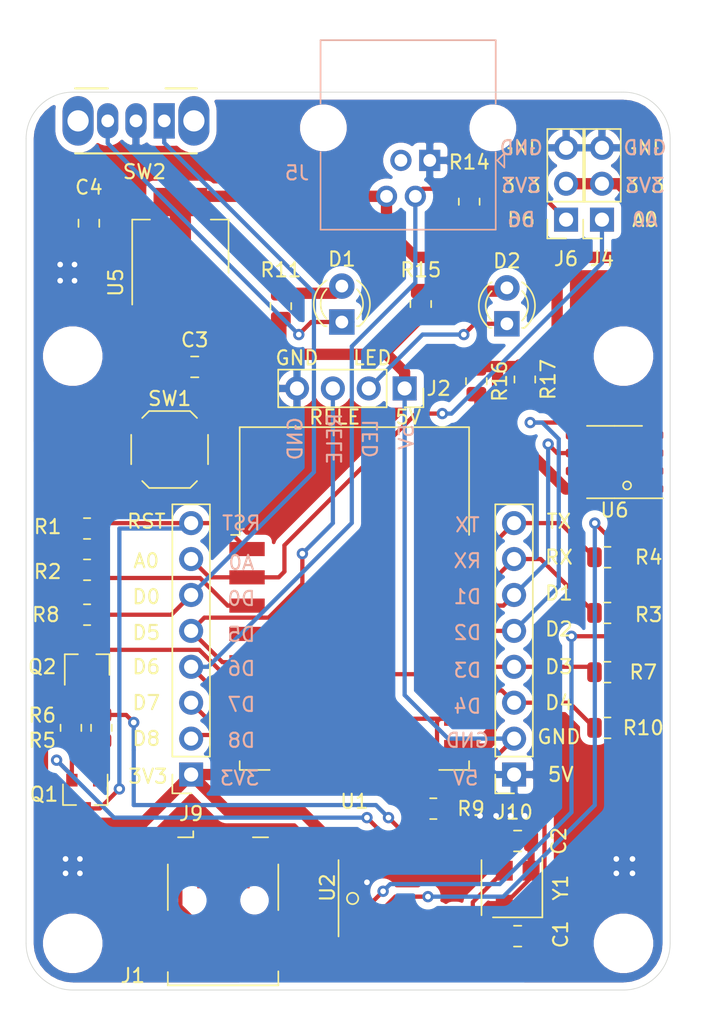
<source format=kicad_pcb>
(kicad_pcb (version 20171130) (host pcbnew "(5.1.7)-1")
  (layers (0 F.Cu signal) (31 B.Cu signal) (34 B.Paste user) (35 F.Paste user) (36 B.SilkS user) (37 F.SilkS user) (38 B.Mask user) (39 F.Mask user) (44 Edge.Cuts user))
  (net 0 "")
  (net 1 +3V3)
  (net 2 GND)
  (net 3 +5V)
  (net 4 RST)
  (net 5 "Net-(D2-Pad2)")
  (net 6 RTS)
  (net 7 GPIO0)
  (net 8 DTR)
  (net 9 GPIO2)
  (net 10 GPIO15)
  (net 11 BUTTON)
  (net 12 DATA)
  (net 13 GPIO14)
  (net 14 GPIO4)
  (net 15 GPIO5)
  (net 16 GPIO3)
  (net 17 GPIO1)
  (net 18 "Net-(D1-Pad2)")
  (net 19 "Net-(D1-Pad1)")
  (net 20 "Net-(Q1-Pad1)")
  (net 21 "Net-(Q2-Pad1)")
  (net 22 GPIO13)
  (net 23 ADC)
  (net 24 "Net-(J1-Pad2)")
  (net 25 RELE_D)
  (net 26 "Net-(J1-Pad3)")
  (net 27 "Net-(C1-Pad1)")
  (net 28 "Net-(C2-Pad1)")
  (net 29 "Net-(R2-Pad2)")
  (net 30 "Net-(R3-Pad2)")
  (net 31 "Net-(R4-Pad1)")
  (module Capacitor_SMD:C_0805_2012Metric (layer F.Cu) (at 124.46 79.121 180)
    (fp_text reference C3 (at 0 1.905 180) (layer F.SilkS))
    (fp_text value 100n)
    (pad 2 smd roundrect (at 0.95 0 180) (size 1 1.45) (layers F.Cu F.Paste F.Mask) (net 2 GND))
    (pad 1 smd roundrect (at -0.95 0 180) (size 1 1.45) (layers F.Cu F.Paste F.Mask) (net 3 +5V))
  )
  (module Button_Switch_SMD:SW_SPST_SKQG_WithoutStem (layer F.Cu) (at 122.682 84.963)
    (fp_text reference SW1 (at 0 -3.6) (layer F.SilkS))
    (fp_text value SW_Push)
    (pad 2 smd rect (at 3.1 1.85) (size 1.8 1.1) (layers F.Cu F.Paste F.Mask) (net 4 RST))
    (pad 2 smd rect (at -3.1 1.85) (size 1.8 1.1) (layers F.Cu F.Paste F.Mask) (net 4 RST))
    (pad 1 smd rect (at 3.1 -1.85) (size 1.8 1.1) (layers F.Cu F.Paste F.Mask) (net 2 GND))
    (pad 1 smd rect (at -3.1 -1.85) (size 1.8 1.1) (layers F.Cu F.Paste F.Mask) (net 2 GND))
  )
  (module Connector_RJ:RJ14_Connfly_DS1133-S4_Horizontal (layer B.Cu) (at 141.097 64.516 180)
    (fp_text reference J5 (at 9.398 -0.889 180) (layer B.SilkS) (effects (justify mirror)))
    (fp_text value RJ13)
    (pad "" np_thru_hole circle (at -4.47 2.3) (size 2.3 2.3) (drill 2.3) (layers *.Cu *.Mask))
    (pad 1 thru_hole rect (at 0 0) (size 1.5 1.5) (drill 0.9) (layers *.Cu *.Mask) (net 2 GND))
    (pad 2 thru_hole circle (at 1.02 -2.54) (size 1.5 1.5) (drill 0.9) (layers *.Cu *.Mask) (net 12 DATA))
    (pad 3 thru_hole circle (at 2.04 0) (size 1.5 1.5) (drill 0.9) (layers *.Cu *.Mask))
    (pad "" np_thru_hole circle (at 7.53 2.3) (size 2.3 2.3) (drill 2.3) (layers *.Cu *.Mask))
    (pad 4 thru_hole circle (at 3.06 -2.54) (size 1.5 1.5) (drill 0.9) (layers *.Cu *.Mask) (net 1 +3V3))
  )
  (module Resistor_SMD:R_0805_2012Metric (layer F.Cu) (at 116.84 96.647)
    (fp_text reference R8 (at -2.921 0) (layer F.SilkS))
    (fp_text value R)
    (pad 2 smd roundrect (at 0.9125 0) (size 1.025 1.4) (layers F.Cu F.Paste F.Mask) (roundrect_rratio 0.2439004878048781) (net 11 BUTTON))
    (pad 1 smd roundrect (at -0.9125 0) (size 1.025 1.4) (layers F.Cu F.Paste F.Mask) (roundrect_rratio 0.2439004878048781) (net 1 +3V3))
  )
  (module Package_SO:SOIC-8_3.9x4.9mm_P1.27mm (layer F.Cu) (at 154.178 85.852 180)
    (fp_text reference U6 (at 0 -3.4) (layer F.SilkS))
    (fp_text value M24512-EEPROM)
    (pad 8 smd roundrect (at 2.475 -1.905 180) (size 1.95 0.6) (layers F.Cu F.Paste F.Mask) (net 1 +3V3))
    (pad 7 smd roundrect (at 2.475 -0.635 180) (size 1.95 0.6) (layers F.Cu F.Paste F.Mask) (net 2 GND))
    (pad 6 smd roundrect (at 2.475 0.635 180) (size 1.95 0.6) (layers F.Cu F.Paste F.Mask) (net 15 GPIO5))
    (pad 5 smd roundrect (at 2.475 1.905 180) (size 1.95 0.6) (layers F.Cu F.Paste F.Mask) (net 14 GPIO4))
    (pad 4 smd roundrect (at -2.475 1.905 180) (size 1.95 0.6) (layers F.Cu F.Paste F.Mask) (net 2 GND))
    (pad 3 smd roundrect (at -2.475 0.635 180) (size 1.95 0.6) (layers F.Cu F.Paste F.Mask) (net 2 GND))
    (pad 2 smd roundrect (at -2.475 -0.635 180) (size 1.95 0.6) (layers F.Cu F.Paste F.Mask) (net 2 GND))
    (pad 1 smd roundrect (at -2.475 -1.905 180) (size 1.95 0.6) (layers F.Cu F.Paste F.Mask) (net 2 GND))
  )
  (module Resistor_SMD:R_0805_2012Metric (layer F.Cu) (at 153.67 92.583 180)
    (fp_text reference R4 (at -2.921 0) (layer F.SilkS))
    (fp_text value 470)
    (pad 2 smd roundrect (at 0.9125 0 180) (size 1.025 1.4) (layers F.Cu F.Paste F.Mask) (roundrect_rratio 0.2439004878048781) (net 17 GPIO1))
    (pad 1 smd roundrect (at -0.9125 0 180) (size 1.025 1.4) (layers F.Cu F.Paste F.Mask) (roundrect_rratio 0.2439004878048781) (net 31 "Net-(R4-Pad1)"))
  )
  (module Resistor_SMD:R_0805_2012Metric (layer F.Cu) (at 153.67 96.52)
    (fp_text reference R3 (at 2.921 0.127) (layer F.SilkS))
    (fp_text value 470)
    (pad 2 smd roundrect (at 0.9125 0) (size 1.025 1.4) (layers F.Cu F.Paste F.Mask) (roundrect_rratio 0.2439004878048781) (net 30 "Net-(R3-Pad2)"))
    (pad 1 smd roundrect (at -0.9125 0) (size 1.025 1.4) (layers F.Cu F.Paste F.Mask) (roundrect_rratio 0.2439004878048781) (net 16 GPIO3))
  )
  (module Resistor_SMD:R_0805_2012Metric (layer F.Cu) (at 153.67 104.648)
    (fp_text reference R10 (at 2.54 0) (layer F.SilkS))
    (fp_text value 10k)
    (pad 2 smd roundrect (at 0.9125 0) (size 1.025 1.4) (layers F.Cu F.Paste F.Mask) (roundrect_rratio 0.2439004878048781) (net 1 +3V3))
    (pad 1 smd roundrect (at -0.9125 0) (size 1.025 1.4) (layers F.Cu F.Paste F.Mask) (roundrect_rratio 0.2439004878048781) (net 9 GPIO2))
  )
  (module Resistor_SMD:R_0805_2012Metric (layer F.Cu) (at 141.351 110.363)
    (fp_text reference R9 (at 2.667 0) (layer F.SilkS))
    (fp_text value 10k)
    (pad 2 smd roundrect (at 0.9125 0) (size 1.025 1.4) (layers F.Cu F.Paste F.Mask) (roundrect_rratio 0.2439004878048781) (net 2 GND))
    (pad 1 smd roundrect (at -0.9125 0) (size 1.025 1.4) (layers F.Cu F.Paste F.Mask) (roundrect_rratio 0.2439004878048781) (net 10 GPIO15))
  )
  (module Resistor_SMD:R_0805_2012Metric (layer F.Cu) (at 153.67 100.711)
    (fp_text reference R7 (at 2.54 0 180) (layer F.SilkS))
    (fp_text value 10k)
    (pad 2 smd roundrect (at 0.9125 0) (size 1.025 1.4) (layers F.Cu F.Paste F.Mask) (roundrect_rratio 0.2439004878048781) (net 1 +3V3))
    (pad 1 smd roundrect (at -0.9125 0) (size 1.025 1.4) (layers F.Cu F.Paste F.Mask) (roundrect_rratio 0.2439004878048781) (net 7 GPIO0))
  )
  (module Connector_PinSocket_2.54mm:PinSocket_1x04_P2.54mm_Vertical (layer F.Cu) (at 139.319 80.645 270)
    (fp_text reference J2 (at 0 -2.413 180) (layer F.SilkS))
    (fp_text value Conn_01x04_Male)
    (pad 4 thru_hole oval (at 0 7.62 270) (size 1.7 1.7) (drill 1) (layers *.Cu *.Mask) (net 2 GND))
    (pad 3 thru_hole oval (at 0 5.08 270) (size 1.7 1.7) (drill 1) (layers *.Cu *.Mask) (net 13 GPIO14))
    (pad 2 thru_hole oval (at 0 2.54 270) (size 1.7 1.7) (drill 1) (layers *.Cu *.Mask) (net 25 RELE_D))
    (pad 1 thru_hole rect (at 0 0 270) (size 1.7 1.7) (drill 1) (layers *.Cu *.Mask) (net 3 +5V))
  )
  (module RF_Module:ESP-12E (layer F.Cu) (at 135.763 95.504)
    (fp_text reference U1 (at 0 14.351) (layer F.SilkS))
    (fp_text value ESP-12F)
    (pad 22 smd rect (at 7.6 -3.5) (size 2.5 1) (layers F.Cu F.Paste F.Mask) (net 17 GPIO1))
    (pad 21 smd rect (at 7.6 -1.5) (size 2.5 1) (layers F.Cu F.Paste F.Mask) (net 16 GPIO3))
    (pad 20 smd rect (at 7.6 0.5) (size 2.5 1) (layers F.Cu F.Paste F.Mask) (net 15 GPIO5))
    (pad 19 smd rect (at 7.6 2.5) (size 2.5 1) (layers F.Cu F.Paste F.Mask) (net 14 GPIO4))
    (pad 18 smd rect (at 7.6 4.5) (size 2.5 1) (layers F.Cu F.Paste F.Mask) (net 7 GPIO0))
    (pad 17 smd rect (at 7.6 6.5) (size 2.5 1) (layers F.Cu F.Paste F.Mask) (net 9 GPIO2))
    (pad 16 smd rect (at 7.6 8.5) (size 2.5 1) (layers F.Cu F.Paste F.Mask) (net 10 GPIO15))
    (pad 15 smd rect (at 7.6 10.5) (size 2.5 1) (layers F.Cu F.Paste F.Mask) (net 2 GND))
    (pad 14 smd rect (at 5 12) (size 1 1.8) (layers F.Cu F.Paste F.Mask))
    (pad 13 smd rect (at 3 12) (size 1 1.8) (layers F.Cu F.Paste F.Mask))
    (pad 12 smd rect (at 1 12) (size 1 1.8) (layers F.Cu F.Paste F.Mask))
    (pad 11 smd rect (at -1 12) (size 1 1.8) (layers F.Cu F.Paste F.Mask))
    (pad 10 smd rect (at -3 12) (size 1 1.8) (layers F.Cu F.Paste F.Mask))
    (pad 9 smd rect (at -5 12) (size 1 1.8) (layers F.Cu F.Paste F.Mask))
    (pad 8 smd rect (at -7.6 10.5) (size 2.5 1) (layers F.Cu F.Paste F.Mask) (net 1 +3V3))
    (pad 7 smd rect (at -7.6 8.5) (size 2.5 1) (layers F.Cu F.Paste F.Mask) (net 22 GPIO13))
    (pad 6 smd rect (at -7.6 6.5) (size 2.5 1) (layers F.Cu F.Paste F.Mask) (net 12 DATA))
    (pad 5 smd rect (at -7.6 4.5) (size 2.5 1) (layers F.Cu F.Paste F.Mask) (net 13 GPIO14))
    (pad 4 smd rect (at -7.6 2.5) (size 2.5 1) (layers F.Cu F.Paste F.Mask))
    (pad 3 smd rect (at -7.6 0.5) (size 2.5 1) (layers F.Cu F.Paste F.Mask) (net 29 "Net-(R2-Pad2)"))
    (pad 2 smd rect (at -7.6 -1.5) (size 2.5 1) (layers F.Cu F.Paste F.Mask) (net 23 ADC))
    (pad 1 smd rect (at -7.6 -3.5) (size 2.5 1) (layers F.Cu F.Paste F.Mask) (net 4 RST))
  )
  (module Package_TO_SOT_SMD:SOT-223-3_TabPin2 (layer F.Cu) (at 123.444 70.612 90)
    (fp_text reference U5 (at -2.54 -4.572 90) (layer F.SilkS))
    (fp_text value AMS1117-3.3)
    (pad 1 smd rect (at -3.15 -2.3 90) (size 2 1.5) (layers F.Cu F.Paste F.Mask) (net 2 GND))
    (pad 3 smd rect (at -3.15 2.3 90) (size 2 1.5) (layers F.Cu F.Paste F.Mask) (net 3 +5V))
    (pad 2 smd rect (at -3.15 0 90) (size 2 1.5) (layers F.Cu F.Paste F.Mask) (net 1 +3V3))
    (pad 2 smd rect (at 3.15 0 90) (size 2 3.8) (layers F.Cu F.Paste F.Mask) (net 1 +3V3))
  )
  (module Connector_USB:USB_Micro-B_Molex-67503-1020 (layer F.Cu) (at 126.492 116.84)
    (fp_text reference J1 (at -5.461 5.334) (layer F.SilkS) (effects (justify right)))
    (fp_text value USB_B_Micro)
    (pad "" np_thru_hole circle (at 2.2 0.005) (size 1 1) (drill 1) (layers *.Cu *.Mask))
    (pad "" np_thru_hole circle (at -2.2 0.005) (size 1 1) (drill 1) (layers *.Cu *.Mask))
    (pad 6 smd rect (at 4.9 1.905) (size 2.05 4) (layers F.Cu F.Paste F.Mask) (net 2 GND))
    (pad 6 smd rect (at 4.9 -2.345) (size 2.05 3.5) (layers F.Cu F.Paste F.Mask) (net 2 GND))
    (pad 6 smd rect (at -4.9 1.905) (size 2.05 4) (layers F.Cu F.Paste F.Mask) (net 2 GND))
    (pad 6 smd rect (at -4.9 -2.345) (size 2.05 3.5) (layers F.Cu F.Paste F.Mask) (net 2 GND))
    (pad 5 smd rect (at 1.6 -2.345) (size 0.5 3) (layers F.Cu F.Paste F.Mask) (net 2 GND))
    (pad 4 smd rect (at 0.8 -2.345) (size 0.5 3) (layers F.Cu F.Paste F.Mask))
    (pad 3 smd rect (at 0 -2.345) (size 0.5 3) (layers F.Cu F.Paste F.Mask) (net 26 "Net-(J1-Pad3)"))
    (pad 2 smd rect (at -0.8 -2.345) (size 0.5 3) (layers F.Cu F.Paste F.Mask) (net 24 "Net-(J1-Pad2)"))
    (pad 1 smd rect (at -1.6 -2.345) (size 0.5 3) (layers F.Cu F.Paste F.Mask) (net 3 +5V))
  )
  (module Resistor_SMD:R_0805_2012Metric (layer F.Cu) (at 130.556 74.8265 90)
    (fp_text reference R11 (at 2.5635 0 180) (layer F.SilkS))
    (fp_text value R)
    (pad 2 smd roundrect (at 0.9125 0 90) (size 1.025 1.4) (layers F.Cu F.Paste F.Mask) (roundrect_rratio 0.2439004878048781) (net 18 "Net-(D1-Pad2)"))
    (pad 1 smd roundrect (at -0.9125 0 90) (size 1.025 1.4) (layers F.Cu F.Paste F.Mask) (roundrect_rratio 0.2439004878048781) (net 3 +5V))
  )
  (module LED_THT:LED_D3.0mm (layer F.Cu) (at 134.874 75.946 90)
    (fp_text reference D1 (at 4.445 0 180) (layer F.SilkS))
    (fp_text value LED)
    (pad 2 thru_hole circle (at 2.54 0 90) (size 1.8 1.8) (drill 0.9) (layers *.Cu *.Mask) (net 18 "Net-(D1-Pad2)"))
    (pad 1 thru_hole rect (at 0 0 90) (size 1.8 1.8) (drill 0.9) (layers *.Cu *.Mask) (net 19 "Net-(D1-Pad1)"))
  )
  (module LED_THT:LED_D3.0mm (layer F.Cu) (at 146.558 76.073 90)
    (fp_text reference D2 (at 4.445 0 180) (layer F.SilkS))
    (fp_text value LED)
    (pad 2 thru_hole circle (at 2.54 0 90) (size 1.8 1.8) (drill 0.9) (layers *.Cu *.Mask) (net 5 "Net-(D2-Pad2)"))
    (pad 1 thru_hole rect (at 0 0 90) (size 1.8 1.8) (drill 0.9) (layers *.Cu *.Mask) (net 25 RELE_D))
  )
  (module Crystal:Crystal_SMD_SeikoEpson_FA238V-4Pin_3.2x2.5mm (layer F.Cu) (at 147.32 115.951 90)
    (fp_text reference Y1 (at 0 3.048 270) (layer F.SilkS))
    (fp_text value Crystal_GND24)
    (pad 4 smd rect (at -1.2 -0.95 90) (size 1.4 1.2) (layers F.Cu F.Paste F.Mask) (net 2 GND))
    (pad 3 smd rect (at 1.2 -0.95 90) (size 1.4 1.2) (layers F.Cu F.Paste F.Mask) (net 28 "Net-(C2-Pad1)"))
    (pad 2 smd rect (at 1.2 0.95 90) (size 1.4 1.2) (layers F.Cu F.Paste F.Mask) (net 2 GND))
    (pad 1 smd rect (at -1.2 0.95 90) (size 1.4 1.2) (layers F.Cu F.Paste F.Mask) (net 27 "Net-(C1-Pad1)"))
  )
  (module Button_Switch_THT:SW_CuK_OS102011MA1QN1_SPDT_Angled (layer F.Cu) (at 122.301 61.722 180)
    (fp_text reference SW2 (at 1.4 -3.6) (layer F.SilkS))
    (fp_text value SW_Push_SPDT)
    (pad "" thru_hole oval (at 6.1 0 180) (size 2.2 3.5) (drill 1.5) (layers *.Cu *.Mask))
    (pad "" thru_hole oval (at -2.1 0 180) (size 2.2 3.5) (drill 1.5) (layers *.Cu *.Mask))
    (pad 3 thru_hole oval (at 4 0 180) (size 1.5 2.5) (drill 0.9) (layers *.Cu *.Mask) (net 19 "Net-(D1-Pad1)"))
    (pad 2 thru_hole oval (at 2 0 180) (size 1.5 2.5) (drill 0.9) (layers *.Cu *.Mask) (net 2 GND))
    (pad 1 thru_hole rect (at 0 0 180) (size 1.5 2.5) (drill 0.9) (layers *.Cu *.Mask) (net 11 BUTTON))
  )
  (module Resistor_SMD:R_0805_2012Metric (layer F.Cu) (at 116.84 93.472)
    (fp_text reference R2 (at -2.794 0.127) (layer F.SilkS))
    (fp_text value 10k)
    (pad 2 smd roundrect (at 0.9125 0) (size 1.025 1.4) (layers F.Cu F.Paste F.Mask) (roundrect_rratio 0.2439004878048781) (net 29 "Net-(R2-Pad2)"))
    (pad 1 smd roundrect (at -0.9125 0) (size 1.025 1.4) (layers F.Cu F.Paste F.Mask) (roundrect_rratio 0.2439004878048781) (net 1 +3V3))
  )
  (module Capacitor_SMD:C_0805_2012Metric (layer F.Cu) (at 147.32 119.38 180)
    (fp_text reference C1 (at -3.048 0.127 270) (layer F.SilkS))
    (fp_text value 10p)
    (pad 2 smd roundrect (at 0.95 0 180) (size 1 1.45) (layers F.Cu F.Paste F.Mask) (net 2 GND))
    (pad 1 smd roundrect (at -0.95 0 180) (size 1 1.45) (layers F.Cu F.Paste F.Mask) (net 27 "Net-(C1-Pad1)"))
  )
  (module Capacitor_SMD:C_0805_2012Metric (layer F.Cu) (at 147.32 112.649)
    (fp_text reference C2 (at 2.921 0 270) (layer F.SilkS))
    (fp_text value 10p)
    (pad 2 smd roundrect (at 0.95 0) (size 1 1.45) (layers F.Cu F.Paste F.Mask) (net 2 GND))
    (pad 1 smd roundrect (at -0.95 0) (size 1 1.45) (layers F.Cu F.Paste F.Mask) (net 28 "Net-(C2-Pad1)"))
  )
  (module Capacitor_SMD:C_0805_2012Metric (layer F.Cu) (at 116.967 68.961 270)
    (fp_text reference C4 (at -2.54 0) (layer F.SilkS))
    (fp_text value 100n)
    (pad 2 smd roundrect (at 0.95 0 270) (size 1 1.45) (layers F.Cu F.Paste F.Mask) (net 2 GND))
    (pad 1 smd roundrect (at -0.95 0 270) (size 1 1.45) (layers F.Cu F.Paste F.Mask) (net 1 +3V3))
  )
  (module Resistor_SMD:R_0805_2012Metric (layer F.Cu) (at 116.84 90.551 180)
    (fp_text reference R1 (at 2.794 0.127) (layer F.SilkS))
    (fp_text value 10k)
    (pad 2 smd roundrect (at 0.9125 0 180) (size 1.025 1.4) (layers F.Cu F.Paste F.Mask) (roundrect_rratio 0.2439004878048781) (net 1 +3V3))
    (pad 1 smd roundrect (at -0.9125 0 180) (size 1.025 1.4) (layers F.Cu F.Paste F.Mask) (roundrect_rratio 0.2439004878048781) (net 4 RST))
  )
  (module Resistor_SMD:R_0805_2012Metric (layer F.Cu) (at 117.856 104.648 90)
    (fp_text reference R5 (at -0.889 -4.191) (layer F.SilkS))
    (fp_text value 1k)
    (pad 2 smd roundrect (at 0.9125 0 90) (size 1.025 1.4) (layers F.Cu F.Paste F.Mask) (roundrect_rratio 0.2439004878048781) (net 8 DTR))
    (pad 1 smd roundrect (at -0.9125 0 90) (size 1.025 1.4) (layers F.Cu F.Paste F.Mask) (roundrect_rratio 0.2439004878048781) (net 20 "Net-(Q1-Pad1)"))
  )
  (module Resistor_SMD:R_0805_2012Metric (layer F.Cu) (at 115.697 104.648 270)
    (fp_text reference R6 (at -0.889 2.032) (layer F.SilkS))
    (fp_text value 1k)
    (pad 2 smd roundrect (at 0.9125 0 270) (size 1.025 1.4) (layers F.Cu F.Paste F.Mask) (roundrect_rratio 0.2439004878048781) (net 6 RTS))
    (pad 1 smd roundrect (at -0.9125 0 270) (size 1.025 1.4) (layers F.Cu F.Paste F.Mask) (roundrect_rratio 0.2439004878048781) (net 21 "Net-(Q2-Pad1)"))
  )
  (module Resistor_SMD:R_0805_2012Metric (layer F.Cu) (at 140.462 74.676 90)
    (fp_text reference R15 (at 2.413 0) (layer F.SilkS))
    (fp_text value 150)
    (pad 2 smd roundrect (at 0.9125 0 90) (size 1.025 1.4) (layers F.Cu F.Paste F.Mask) (roundrect_rratio 0.2439004878048781) (net 5 "Net-(D2-Pad2)"))
    (pad 1 smd roundrect (at -0.9125 0 90) (size 1.025 1.4) (layers F.Cu F.Paste F.Mask) (roundrect_rratio 0.2439004878048781) (net 3 +5V))
  )
  (module Package_SO:SOIC-16_3.9x9.9mm_P1.27mm (layer F.Cu) (at 139.7 115.951 90)
    (fp_text reference U2 (at 0 -5.842 90) (layer F.SilkS))
    (fp_text value CH340G)
    (pad 16 smd roundrect (at 2.475 -4.445 90) (size 1.95 0.6) (layers F.Cu F.Paste F.Mask) (net 1 +3V3))
    (pad 15 smd roundrect (at 2.475 -3.175 90) (size 1.95 0.6) (layers F.Cu F.Paste F.Mask))
    (pad 14 smd roundrect (at 2.475 -1.905 90) (size 1.95 0.6) (layers F.Cu F.Paste F.Mask) (net 6 RTS))
    (pad 13 smd roundrect (at 2.475 -0.635 90) (size 1.95 0.6) (layers F.Cu F.Paste F.Mask) (net 8 DTR))
    (pad 12 smd roundrect (at 2.475 0.635 90) (size 1.95 0.6) (layers F.Cu F.Paste F.Mask))
    (pad 11 smd roundrect (at 2.475 1.905 90) (size 1.95 0.6) (layers F.Cu F.Paste F.Mask))
    (pad 10 smd roundrect (at 2.475 3.175 90) (size 1.95 0.6) (layers F.Cu F.Paste F.Mask))
    (pad 9 smd roundrect (at 2.475 4.445 90) (size 1.95 0.6) (layers F.Cu F.Paste F.Mask))
    (pad 8 smd roundrect (at -2.475 4.445 90) (size 1.95 0.6) (layers F.Cu F.Paste F.Mask) (net 28 "Net-(C2-Pad1)"))
    (pad 7 smd roundrect (at -2.475 3.175 90) (size 1.95 0.6) (layers F.Cu F.Paste F.Mask) (net 27 "Net-(C1-Pad1)"))
    (pad 6 smd roundrect (at -2.475 1.905 90) (size 1.95 0.6) (layers F.Cu F.Paste F.Mask) (net 24 "Net-(J1-Pad2)"))
    (pad 5 smd roundrect (at -2.475 0.635 90) (size 1.95 0.6) (layers F.Cu F.Paste F.Mask) (net 26 "Net-(J1-Pad3)"))
    (pad 4 smd roundrect (at -2.475 -0.635 90) (size 1.95 0.6) (layers F.Cu F.Paste F.Mask) (net 1 +3V3))
    (pad 3 smd roundrect (at -2.475 -1.905 90) (size 1.95 0.6) (layers F.Cu F.Paste F.Mask) (net 31 "Net-(R4-Pad1)"))
    (pad 2 smd roundrect (at -2.475 -3.175 90) (size 1.95 0.6) (layers F.Cu F.Paste F.Mask) (net 30 "Net-(R3-Pad2)"))
    (pad 1 smd roundrect (at -2.475 -4.445 90) (size 1.95 0.6) (layers F.Cu F.Paste F.Mask) (net 2 GND))
  )
  (module Package_TO_SOT_SMD:SOT-23 (layer F.Cu) (at 116.713 109.347 270)
    (fp_text reference Q1 (at 0 2.921 180) (layer F.SilkS))
    (fp_text value SS8050-H)
    (pad 3 smd rect (at 1 0 270) (size 0.9 0.8) (layers F.Cu F.Paste F.Mask) (net 4 RST))
    (pad 2 smd rect (at -1 0.95 270) (size 0.9 0.8) (layers F.Cu F.Paste F.Mask) (net 6 RTS))
    (pad 1 smd rect (at -1 -0.95 270) (size 0.9 0.8) (layers F.Cu F.Paste F.Mask) (net 20 "Net-(Q1-Pad1)"))
  )
  (module Package_TO_SOT_SMD:SOT-23 (layer F.Cu) (at 116.84 100.203 90)
    (fp_text reference Q2 (at -0.127 -3.175 180) (layer F.SilkS))
    (fp_text value SS8050-H)
    (pad 1 smd rect (at -1 -0.95 90) (size 0.9 0.8) (layers F.Cu F.Paste F.Mask) (net 21 "Net-(Q2-Pad1)"))
    (pad 2 smd rect (at -1 0.95 90) (size 0.9 0.8) (layers F.Cu F.Paste F.Mask) (net 8 DTR))
    (pad 3 smd rect (at 1 0 90) (size 0.9 0.8) (layers F.Cu F.Paste F.Mask) (net 7 GPIO0))
  )
  (module Resistor_SMD:R_0805_2012Metric (layer F.Cu) (at 143.891 67.437 90)
    (fp_text reference R14 (at 2.794 0 180) (layer F.SilkS))
    (fp_text value 4k7)
    (pad 1 smd roundrect (at -0.9125 0 90) (size 1.025 1.4) (layers F.Cu F.Paste F.Mask) (roundrect_rratio 0.2439004878048781) (net 1 +3V3))
    (pad 2 smd roundrect (at 0.9125 0 90) (size 1.025 1.4) (layers F.Cu F.Paste F.Mask) (roundrect_rratio 0.2439004878048781) (net 12 DATA))
  )
  (module MountingHole:MountingHole_3.2mm_M3 (layer F.Cu) (at 115.824 78.359)
    (fp_text reference H1 hide)
    (fp_text value MountingHole)
    (pad 1 np_thru_hole circle (at 0 0) (size 3.2 3.2) (drill 3.2) (layers *.Cu *.Mask))
  )
  (module MountingHole:MountingHole_3.2mm_M3 (layer F.Cu) (at 115.824 119.888)
    (fp_text reference H2 hide)
    (fp_text value MountingHole)
    (pad 1 np_thru_hole circle (at 0 0) (size 3.2 3.2) (drill 3.2) (layers *.Cu *.Mask))
  )
  (module MountingHole:MountingHole_3.2mm_M3 (layer F.Cu) (at 154.813 78.359)
    (fp_text reference H3 hide)
    (fp_text value MountingHole)
    (pad 1 np_thru_hole circle (at 0 0) (size 3.2 3.2) (drill 3.2) (layers *.Cu *.Mask))
  )
  (module MountingHole:MountingHole_3.2mm_M3 (layer F.Cu) (at 154.813 119.888)
    (fp_text reference H4 hide)
    (fp_text value MountingHole)
    (pad 1 np_thru_hole circle (at 0 0) (size 3.2 3.2) (drill 3.2) (layers *.Cu *.Mask))
  )
  (module Connector_PinSocket_2.54mm:PinSocket_1x08_P2.54mm_Vertical (layer F.Cu) (at 124.206 107.95 180)
    (fp_text reference J9 (at 0 -2.77) (layer F.SilkS))
    (fp_text value Conn_01x08_Male)
    (pad 1 thru_hole rect (at 0 0 180) (size 1.7 1.7) (drill 1) (layers *.Cu *.Mask) (net 1 +3V3))
    (pad 2 thru_hole oval (at 0 2.54 180) (size 1.7 1.7) (drill 1) (layers *.Cu *.Mask) (net 10 GPIO15))
    (pad 3 thru_hole oval (at 0 5.08 180) (size 1.7 1.7) (drill 1) (layers *.Cu *.Mask) (net 22 GPIO13))
    (pad 4 thru_hole oval (at 0 7.62 180) (size 1.7 1.7) (drill 1) (layers *.Cu *.Mask) (net 12 DATA))
    (pad 5 thru_hole oval (at 0 10.16 180) (size 1.7 1.7) (drill 1) (layers *.Cu *.Mask) (net 13 GPIO14))
    (pad 6 thru_hole oval (at 0 12.7 180) (size 1.7 1.7) (drill 1) (layers *.Cu *.Mask) (net 11 BUTTON))
    (pad 7 thru_hole oval (at 0 15.24 180) (size 1.7 1.7) (drill 1) (layers *.Cu *.Mask) (net 23 ADC))
    (pad 8 thru_hole oval (at 0 17.78 180) (size 1.7 1.7) (drill 1) (layers *.Cu *.Mask) (net 4 RST))
  )
  (module Connector_PinSocket_2.54mm:PinSocket_1x08_P2.54mm_Vertical (layer F.Cu) (at 147.066 107.95 180)
    (fp_text reference J10 (at 0 -2.667) (layer F.SilkS))
    (fp_text value Conn_01x08_Male)
    (pad 8 thru_hole oval (at 0 17.78 180) (size 1.7 1.7) (drill 1) (layers *.Cu *.Mask) (net 17 GPIO1))
    (pad 7 thru_hole oval (at 0 15.24 180) (size 1.7 1.7) (drill 1) (layers *.Cu *.Mask) (net 16 GPIO3))
    (pad 6 thru_hole oval (at 0 12.7 180) (size 1.7 1.7) (drill 1) (layers *.Cu *.Mask) (net 15 GPIO5))
    (pad 5 thru_hole oval (at 0 10.16 180) (size 1.7 1.7) (drill 1) (layers *.Cu *.Mask) (net 14 GPIO4))
    (pad 4 thru_hole oval (at 0 7.62 180) (size 1.7 1.7) (drill 1) (layers *.Cu *.Mask) (net 7 GPIO0))
    (pad 3 thru_hole oval (at 0 5.08 180) (size 1.7 1.7) (drill 1) (layers *.Cu *.Mask) (net 9 GPIO2))
    (pad 2 thru_hole oval (at 0 2.54 180) (size 1.7 1.7) (drill 1) (layers *.Cu *.Mask) (net 3 +5V))
    (pad 1 thru_hole rect (at 0 0 180) (size 1.7 1.7) (drill 1) (layers *.Cu *.Mask) (net 2 GND))
  )
  (module Resistor_SMD:R_0805_2012Metric (layer F.Cu) (at 144.399 80.137 270)
    (fp_text reference R16 (at 0 -1.65 90) (layer F.SilkS))
    (fp_text value 10k)
    (pad 2 smd roundrect (at 0.9125 0 270) (size 1.025 1.4) (layers F.Cu F.Paste F.Mask) (roundrect_rratio 0.2439004878048781) (net 14 GPIO4))
    (pad 1 smd roundrect (at -0.9125 0 270) (size 1.025 1.4) (layers F.Cu F.Paste F.Mask) (roundrect_rratio 0.2439004878048781) (net 1 +3V3))
  )
  (module Resistor_SMD:R_0805_2012Metric (layer F.Cu) (at 147.828 80.01 270)
    (fp_text reference R17 (at 0 -1.65 90) (layer F.SilkS))
    (fp_text value 10k)
    (pad 1 smd roundrect (at -0.9125 0 270) (size 1.025 1.4) (layers F.Cu F.Paste F.Mask) (roundrect_rratio 0.2439004878048781) (net 1 +3V3))
    (pad 2 smd roundrect (at 0.9125 0 270) (size 1.025 1.4) (layers F.Cu F.Paste F.Mask) (roundrect_rratio 0.2439004878048781) (net 15 GPIO5))
  )
  (module Connector_PinSocket_2.54mm:PinSocket_1x03_P2.54mm_Vertical (layer F.Cu) (at 153.289 68.707 180)
    (fp_text reference J4 (at 0 -2.77) (layer F.SilkS))
    (fp_text value Conn_01x03_Male)
    (pad 3 thru_hole oval (at 0 5.08 180) (size 1.7 1.7) (drill 1) (layers *.Cu *.Mask) (net 2 GND))
    (pad 2 thru_hole oval (at 0 2.54 180) (size 1.7 1.7) (drill 1) (layers *.Cu *.Mask) (net 1 +3V3))
    (pad 1 thru_hole rect (at 0 0 180) (size 1.7 1.7) (drill 1) (layers *.Cu *.Mask) (net 23 ADC))
  )
  (module Connector_PinSocket_2.54mm:PinSocket_1x03_P2.54mm_Vertical (layer F.Cu) (at 150.749 68.707 180)
    (fp_text reference J6 (at 0 -2.77) (layer F.SilkS))
    (fp_text value Conn_01x03_Male)
    (pad 1 thru_hole rect (at 0 0 180) (size 1.7 1.7) (drill 1) (layers *.Cu *.Mask) (net 12 DATA))
    (pad 2 thru_hole oval (at 0 2.54 180) (size 1.7 1.7) (drill 1) (layers *.Cu *.Mask) (net 1 +3V3))
    (pad 3 thru_hole oval (at 0 5.08 180) (size 1.7 1.7) (drill 1) (layers *.Cu *.Mask) (net 2 GND))
  )
  (gr_line (start 154.813001 59.690001) (end 154.686 59.69) (layer Edge.Cuts) (width 0.05))
  (gr_line (start 115.951 59.69) (end 154.686 59.69) (layer Edge.Cuts) (width 0.05))
  (gr_line (start 158.115 62.992) (end 158.115 65.151) (layer Edge.Cuts) (width 0.05))
  (gr_line (start 158.115 65.151) (end 158.114999 119.888) (layer Edge.Cuts) (width 0.05))
  (gr_text GND (at 156.337 63.627) (layer B.SilkS) (effects (font (size 1 1)) (justify mirror)))
  (gr_text 3V3 (at 156.337 66.294) (layer B.SilkS) (effects (font (size 1 1)) (justify mirror)))
  (gr_text A0 (at 156.337 68.707) (layer B.SilkS) (effects (font (size 1 1)) (justify mirror)))
  (gr_text 3V3 (at 147.574 66.294) (layer B.SilkS) (effects (font (size 1 1)) (justify mirror)))
  (gr_text GND (at 147.574 63.627) (layer B.SilkS) (effects (font (size 1 1)) (justify mirror)))
  (gr_text D6 (at 147.574 68.707) (layer B.SilkS) (effects (font (size 1 1)) (justify mirror)))
  (gr_text GND (at 147.574 63.627) (layer F.SilkS) (effects (font (size 1 1))))
  (gr_text 3V3 (at 147.574 66.294) (layer F.SilkS) (effects (font (size 1 1))))
  (gr_text D6 (at 147.574 68.707) (layer F.SilkS) (effects (font (size 1 1))))
  (gr_text GND (at 156.337 63.627) (layer F.SilkS) (effects (font (size 1 1))))
  (gr_text A0 (at 156.337 68.707) (layer F.SilkS) (effects (font (size 1 1))))
  (gr_text 3V3 (at 156.337 66.294) (layer F.SilkS) (effects (font (size 1 1))))
  (gr_text LED (at 137.033 78.486) (layer F.SilkS) (effects (font (size 1 1))))
  (gr_text RELE (at 134.366 82.677) (layer F.SilkS) (effects (font (size 1 1))))
  (gr_text 5V (at 139.573 82.677) (layer F.SilkS) (effects (font (size 1 1))))
  (gr_text GND (at 131.699 78.486) (layer F.SilkS) (effects (font (size 1 1))))
  (gr_text 5V (at 139.446 84.074 90) (layer B.SilkS) (effects (font (size 1 1)) (justify mirror)))
  (gr_text LED (at 136.906 84.201 90) (layer B.SilkS) (effects (font (size 1 1)) (justify mirror)))
  (gr_text RELE (at 134.366 84.201 90) (layer B.SilkS) (effects (font (size 1 1)) (justify mirror)))
  (gr_text GND (at 131.572 84.201 90) (layer B.SilkS) (effects (font (size 1 1)) (justify mirror)))
  (gr_circle (center 135.636 116.713) (end 136.017 116.586) (layer F.SilkS) (width 0.12))
  (gr_circle (center 155.067 87.503) (end 155.194 87.249) (layer F.SilkS) (width 0.12))
  (gr_text "5V\n" (at 143.637 108.204) (layer B.SilkS) (effects (font (size 1 1)) (justify mirror)))
  (gr_text D2 (at 143.764 97.917) (layer B.SilkS) (effects (font (size 1 1)) (justify mirror)))
  (gr_text RX (at 143.764 92.837) (layer B.SilkS) (effects (font (size 1 1)) (justify mirror)))
  (gr_text TX (at 143.764 90.297) (layer B.SilkS) (effects (font (size 1 1)) (justify mirror)))
  (gr_text D3 (at 143.764 100.584) (layer B.SilkS) (effects (font (size 1 1)) (justify mirror)))
  (gr_text GND (at 143.764 105.537) (layer B.SilkS) (effects (font (size 1 1)) (justify mirror)))
  (gr_text D4 (at 143.764 103.124) (layer B.SilkS) (effects (font (size 1 1)) (justify mirror)))
  (gr_text D1 (at 143.764 95.377) (layer B.SilkS) (effects (font (size 1 1)) (justify mirror)))
  (gr_text 3V3 (at 127.635 108.204) (layer B.SilkS) (effects (font (size 1 1)) (justify mirror)))
  (gr_text D5 (at 127.762 98.044) (layer B.SilkS) (effects (font (size 1 1)) (justify mirror)))
  (gr_text D0 (at 127.762 95.504) (layer B.SilkS) (effects (font (size 1 1)) (justify mirror)))
  (gr_text D7 (at 127.762 102.997) (layer B.SilkS) (effects (font (size 1 1)) (justify mirror)))
  (gr_text A0 (at 127.762 92.964) (layer B.SilkS) (effects (font (size 1 1)) (justify mirror)))
  (gr_text RST (at 127.762 90.17) (layer B.SilkS) (effects (font (size 1 1)) (justify mirror)))
  (gr_text D6 (at 127.762 100.457) (layer B.SilkS) (effects (font (size 1 1)) (justify mirror)))
  (gr_text D8 (at 127.762 105.537) (layer B.SilkS) (effects (font (size 1 1)) (justify mirror)))
  (gr_text "5V\n" (at 150.368 107.95) (layer F.SilkS) (effects (font (size 1 1))))
  (gr_text 3V3 (at 121.158 108.077) (layer F.SilkS) (effects (font (size 1 1))))
  (gr_text GND (at 150.241 105.283) (layer F.SilkS) (effects (font (size 1 1))))
  (gr_text D4 (at 150.241 102.87) (layer F.SilkS) (effects (font (size 1 1))))
  (gr_text D3 (at 150.241 100.33) (layer F.SilkS) (effects (font (size 1 1))))
  (gr_text D2 (at 150.241 97.663) (layer F.SilkS) (effects (font (size 1 1))))
  (gr_text D1 (at 150.241 95.123) (layer F.SilkS) (effects (font (size 1 1))))
  (gr_text RX (at 150.241 92.583) (layer F.SilkS) (effects (font (size 1 1))))
  (gr_text TX (at 150.241 90.043) (layer F.SilkS) (effects (font (size 1 1))))
  (gr_text D8 (at 121.031 105.41) (layer F.SilkS) (effects (font (size 1 1))))
  (gr_text D7 (at 121.031 102.87) (layer F.SilkS) (effects (font (size 1 1))))
  (gr_text D6 (at 121.031 100.33) (layer F.SilkS) (effects (font (size 1 1))))
  (gr_text D5 (at 121.031 97.917) (layer F.SilkS) (effects (font (size 1 1))))
  (gr_text D0 (at 121.031 95.377) (layer F.SilkS) (effects (font (size 1 1))))
  (gr_text A0 (at 121.031 92.837) (layer F.SilkS) (effects (font (size 1 1))))
  (gr_text RST (at 121.031 90.043) (layer F.SilkS) (effects (font (size 1 1))))
  (gr_arc (start 154.813001 62.992) (end 154.813001 59.690001) (angle 90) (layer Edge.Cuts) (width 0.05))
  (gr_line (start 115.951 59.69) (end 115.823999 59.690001) (layer Edge.Cuts) (width 0.05))
  (gr_line (start 154.813 123.189999) (end 115.824 123.189999) (layer Edge.Cuts) (width 0.05))
  (gr_arc (start 115.824 119.888) (end 115.824 123.189999) (angle 90) (layer Edge.Cuts) (width 0.05))
  (gr_arc (start 115.823999 62.992) (end 112.522 62.992) (angle 90) (layer Edge.Cuts) (width 0.05))
  (gr_arc (start 154.813 119.888) (end 158.114999 119.888) (angle 90) (layer Edge.Cuts) (width 0.05))
  (gr_line (start 112.522 62.992) (end 112.522001 119.888) (layer Edge.Cuts) (width 0.05))
  (segment (start 146.0735 79.0975) (end 144.526 79.0975) (width 0.3) (layer F.Cu) (net 1))
  (segment (start 147.828 79.0975) (end 146.0735 79.0975) (width 0.3) (layer F.Cu) (net 1))
  (segment (start 122.895 68.011) (end 123.444 67.462) (width 0.8) (layer F.Cu) (net 1))
  (segment (start 116.967 68.011) (end 122.895 68.011) (width 0.8) (layer F.Cu) (net 1))
  (segment (start 123.85 67.056) (end 123.444 67.462) (width 0.8) (layer F.Cu) (net 1))
  (segment (start 138.037 67.056) (end 123.85 67.056) (width 0.8) (layer F.Cu) (net 1))
  (segment (start 144.526 79.0975) (end 144.399 79.2245) (width 0.8) (layer F.Cu) (net 1))
  (segment (start 145.8995 82.9285) (end 145.8995 79.0975) (width 0.8) (layer F.Cu) (net 1))
  (segment (start 150.728 87.757) (end 145.8995 82.9285) (width 0.8) (layer F.Cu) (net 1))
  (segment (start 151.703 87.757) (end 150.728 87.757) (width 0.8) (layer F.Cu) (net 1))
  (segment (start 145.8995 79.0975) (end 144.526 79.0975) (width 0.8) (layer F.Cu) (net 1))
  (segment (start 147.828 79.0975) (end 145.8995 79.0975) (width 0.8) (layer F.Cu) (net 1))
  (segment (start 154.5825 100.711) (end 154.5825 104.648) (width 0.8) (layer F.Cu) (net 1))
  (segment (start 139.065 119.401) (end 138.197 120.269) (width 0.8) (layer F.Cu) (net 1))
  (segment (start 139.065 118.426) (end 139.065 119.401) (width 0.8) (layer F.Cu) (net 1))
  (segment (start 138.197 120.269) (end 134.874 120.269) (width 0.8) (layer F.Cu) (net 1))
  (segment (start 134.874 120.269) (end 133.731 119.126) (width 0.8) (layer F.Cu) (net 1))
  (segment (start 133.731 112.268) (end 131.953 110.49) (width 0.8) (layer F.Cu) (net 1))
  (segment (start 126.746 110.49) (end 124.206 107.95) (width 0.8) (layer F.Cu) (net 1))
  (segment (start 131.953 110.49) (end 126.746 110.49) (width 0.8) (layer F.Cu) (net 1))
  (segment (start 126.217 107.95) (end 128.163 106.004) (width 0.8) (layer F.Cu) (net 1))
  (segment (start 124.206 107.95) (end 126.217 107.95) (width 0.8) (layer F.Cu) (net 1))
  (segment (start 133.793 113.476) (end 133.731 113.538) (width 0.8) (layer F.Cu) (net 1))
  (segment (start 135.255 113.476) (end 133.793 113.476) (width 0.8) (layer F.Cu) (net 1))
  (segment (start 133.731 113.538) (end 133.731 112.268) (width 0.8) (layer F.Cu) (net 1))
  (segment (start 133.731 119.126) (end 133.731 113.538) (width 0.8) (layer F.Cu) (net 1))
  (segment (start 123.444 75.562) (end 123.444 73.762) (width 0.8) (layer F.Cu) (net 1))
  (segment (start 113.680999 85.325001) (end 123.444 75.562) (width 0.8) (layer F.Cu) (net 1))
  (segment (start 115.832999 111.397001) (end 113.680999 109.245001) (width 0.8) (layer F.Cu) (net 1))
  (segment (start 120.758999 111.397001) (end 115.832999 111.397001) (width 0.8) (layer F.Cu) (net 1))
  (segment (start 124.206 107.95) (end 120.758999 111.397001) (width 0.8) (layer F.Cu) (net 1))
  (segment (start 123.444 67.462) (end 123.444 73.762) (width 1.5) (layer F.Cu) (net 1))
  (segment (start 114.046 90.551) (end 113.680999 90.185999) (width 0.8) (layer F.Cu) (net 1))
  (segment (start 115.9275 90.551) (end 114.046 90.551) (width 0.8) (layer F.Cu) (net 1))
  (segment (start 113.680999 90.185999) (end 113.680999 85.325001) (width 0.8) (layer F.Cu) (net 1))
  (segment (start 113.919 93.472) (end 113.680999 93.710001) (width 0.8) (layer F.Cu) (net 1))
  (segment (start 115.9275 93.472) (end 113.919 93.472) (width 0.8) (layer F.Cu) (net 1))
  (segment (start 113.680999 93.710001) (end 113.680999 90.185999) (width 0.8) (layer F.Cu) (net 1))
  (segment (start 113.919 96.647) (end 113.680999 96.408999) (width 0.8) (layer F.Cu) (net 1))
  (segment (start 115.9275 96.647) (end 113.919 96.647) (width 0.8) (layer F.Cu) (net 1))
  (segment (start 113.680999 96.408999) (end 113.680999 93.710001) (width 0.8) (layer F.Cu) (net 1))
  (segment (start 113.680999 109.245001) (end 113.680999 96.408999) (width 0.8) (layer F.Cu) (net 1))
  (segment (start 152.678 87.757) (end 151.703 87.757) (width 0.8) (layer F.Cu) (net 1))
  (segment (start 155.69501 90.77401) (end 152.678 87.757) (width 0.8) (layer F.Cu) (net 1))
  (segment (start 155.69501 99.59849) (end 155.69501 90.77401) (width 0.8) (layer F.Cu) (net 1))
  (segment (start 154.5825 100.711) (end 155.69501 99.59849) (width 0.8) (layer F.Cu) (net 1))
  (segment (start 138.037 69.33) (end 140.081 71.374) (width 0.8) (layer F.Cu) (net 1))
  (segment (start 138.037 67.056) (end 138.037 69.33) (width 0.8) (layer F.Cu) (net 1))
  (segment (start 150.749 66.167) (end 153.289 66.167) (width 0.8) (layer F.Cu) (net 1))
  (segment (start 150.114 76.8115) (end 150.114 71.374) (width 0.8) (layer F.Cu) (net 1))
  (segment (start 147.828 79.0975) (end 150.114 76.8115) (width 0.8) (layer F.Cu) (net 1))
  (segment (start 150.114 71.374) (end 147.955 71.374) (width 0.8) (layer F.Cu) (net 1))
  (segment (start 150.114 71.374) (end 155.448 71.374) (width 0.8) (layer F.Cu) (net 1))
  (segment (start 155.448 71.374) (end 156.464 70.358) (width 0.8) (layer F.Cu) (net 1))
  (segment (start 154.491081 66.167) (end 153.289 66.167) (width 0.8) (layer F.Cu) (net 1))
  (segment (start 156.464 68.139919) (end 154.491081 66.167) (width 0.8) (layer F.Cu) (net 1))
  (segment (start 156.464 70.358) (end 156.464 68.139919) (width 0.8) (layer F.Cu) (net 1))
  (segment (start 143.891 71.247) (end 144.018 71.374) (width 0.8) (layer F.Cu) (net 1))
  (segment (start 143.891 68.3495) (end 143.891 71.247) (width 0.8) (layer F.Cu) (net 1))
  (segment (start 144.018 71.374) (end 147.955 71.374) (width 0.8) (layer F.Cu) (net 1))
  (segment (start 140.081 71.374) (end 144.018 71.374) (width 0.8) (layer F.Cu) (net 1))
  (segment (start 148.27 112.649) (end 148.27 114.751) (width 0.3) (layer F.Cu) (net 2))
  (segment (start 128.092 114.495) (end 131.392 114.495) (width 0.3) (layer F.Cu) (net 2))
  (segment (start 131.392 118.745) (end 131.392 114.495) (width 0.3) (layer F.Cu) (net 2))
  (segment (start 121.592 114.495) (end 121.592 118.745) (width 0.3) (layer F.Cu) (net 2))
  (segment (start 148.27 115.251) (end 146.37 117.151) (width 0.3) (layer F.Cu) (net 2))
  (segment (start 148.27 114.751) (end 148.27 115.251) (width 0.3) (layer F.Cu) (net 2))
  (segment (start 146.37 117.151) (end 146.37 119.38) (width 0.3) (layer F.Cu) (net 2))
  (via (at 115.316 113.919) (size 0.8) (drill 0.4) (layers F.Cu B.Cu) (net 2))
  (via (at 116.332 113.919) (size 0.8) (drill 0.4) (layers F.Cu B.Cu) (net 2))
  (via (at 115.316 114.935) (size 0.8) (drill 0.4) (layers F.Cu B.Cu) (net 2))
  (via (at 116.332 114.935) (size 0.8) (drill 0.4) (layers F.Cu B.Cu) (net 2))
  (via (at 114.935 71.882) (size 0.8) (drill 0.4) (layers F.Cu B.Cu) (net 2))
  (via (at 115.951 71.882) (size 0.8) (drill 0.4) (layers F.Cu B.Cu) (net 2))
  (via (at 114.935 73.025) (size 0.8) (drill 0.4) (layers F.Cu B.Cu) (net 2))
  (via (at 115.951 73.025) (size 0.8) (drill 0.4) (layers F.Cu B.Cu) (net 2))
  (via (at 136.652 115.57) (size 0.8) (drill 0.4) (layers F.Cu B.Cu) (net 2))
  (segment (start 135.255 116.967) (end 136.652 115.57) (width 0.3) (layer F.Cu) (net 2))
  (segment (start 135.255 118.426) (end 135.255 116.967) (width 0.3) (layer F.Cu) (net 2))
  (via (at 147.828 110.871) (size 0.8) (drill 0.4) (layers F.Cu B.Cu) (net 2))
  (via (at 146.812 110.871) (size 0.8) (drill 0.4) (layers F.Cu B.Cu) (net 2))
  (via (at 145.796 110.871) (size 0.8) (drill 0.4) (layers F.Cu B.Cu) (net 2))
  (via (at 144.653 110.871) (size 0.8) (drill 0.4) (layers F.Cu B.Cu) (net 2))
  (segment (start 142.7715 110.871) (end 142.2635 110.363) (width 0.3) (layer F.Cu) (net 2))
  (segment (start 144.653 110.871) (end 142.7715 110.871) (width 0.3) (layer F.Cu) (net 2))
  (segment (start 148.27 111.313) (end 147.828 110.871) (width 0.3) (layer F.Cu) (net 2))
  (segment (start 148.27 112.649) (end 148.27 111.313) (width 0.3) (layer F.Cu) (net 2))
  (via (at 154.305 113.919) (size 0.8) (drill 0.4) (layers F.Cu B.Cu) (net 2))
  (via (at 155.448 113.919) (size 0.8) (drill 0.4) (layers F.Cu B.Cu) (net 2))
  (via (at 154.305 114.935) (size 0.8) (drill 0.4) (layers F.Cu B.Cu) (net 2))
  (via (at 155.448 114.935) (size 0.8) (drill 0.4) (layers F.Cu B.Cu) (net 2))
  (segment (start 139.319 102.329002) (end 139.319 80.645) (width 0.3) (layer B.Cu) (net 3))
  (segment (start 142.399998 105.41) (end 139.319 102.329002) (width 0.3) (layer B.Cu) (net 3))
  (segment (start 147.066 105.41) (end 142.399998 105.41) (width 0.3) (layer B.Cu) (net 3))
  (segment (start 139.319 80.645) (end 139.319 79.502) (width 0.8) (layer F.Cu) (net 3))
  (segment (start 139.319 79.502) (end 138.049 78.232) (width 0.8) (layer F.Cu) (net 3))
  (segment (start 125.744 75.833) (end 125.744 73.762) (width 0.8) (layer F.Cu) (net 3))
  (segment (start 128.143 78.232) (end 125.744 75.833) (width 0.8) (layer F.Cu) (net 3))
  (segment (start 138.049 78.0015) (end 140.462 75.5885) (width 0.8) (layer F.Cu) (net 3))
  (segment (start 138.049 78.232) (end 138.049 78.0015) (width 0.8) (layer F.Cu) (net 3))
  (segment (start 130.556 75.739) (end 130.556 78.232) (width 0.8) (layer F.Cu) (net 3))
  (segment (start 130.556 78.232) (end 128.143 78.232) (width 0.8) (layer F.Cu) (net 3))
  (segment (start 138.049 78.232) (end 130.556 78.232) (width 0.8) (layer F.Cu) (net 3))
  (segment (start 127.254 79.121) (end 128.143 78.232) (width 0.8) (layer F.Cu) (net 3))
  (segment (start 125.41 79.121) (end 127.254 79.121) (width 0.8) (layer F.Cu) (net 3))
  (segment (start 144.526 107.95) (end 147.066 105.41) (width 0.3) (layer F.Cu) (net 3))
  (segment (start 144.526 109.855) (end 144.526 107.95) (width 0.3) (layer F.Cu) (net 3))
  (segment (start 148.336 109.855) (end 144.526 109.855) (width 0.3) (layer F.Cu) (net 3))
  (segment (start 149.220001 110.739001) (end 148.336 109.855) (width 0.3) (layer F.Cu) (net 3))
  (segment (start 128.284019 122.095021) (end 147.128525 122.095021) (width 0.3) (layer F.Cu) (net 3))
  (segment (start 147.128525 122.095021) (end 149.220001 120.003545) (width 0.3) (layer F.Cu) (net 3))
  (segment (start 123.441999 117.253001) (end 128.284019 122.095021) (width 0.3) (layer F.Cu) (net 3))
  (segment (start 149.220001 120.003545) (end 149.220001 110.739001) (width 0.3) (layer F.Cu) (net 3))
  (segment (start 123.441999 115.395001) (end 123.441999 117.253001) (width 0.3) (layer F.Cu) (net 3))
  (segment (start 124.342 114.495) (end 123.441999 115.395001) (width 0.3) (layer F.Cu) (net 3))
  (segment (start 124.892 114.495) (end 124.342 114.495) (width 0.3) (layer F.Cu) (net 3))
  (segment (start 126.329 90.17) (end 128.163 92.004) (width 0.3) (layer F.Cu) (net 4))
  (segment (start 117.7525 90.17) (end 124.206 90.17) (width 0.3) (layer F.Cu) (net 4))
  (segment (start 123.825 90.551) (end 124.206 90.17) (width 0.3) (layer B.Cu) (net 4))
  (via (at 119.126 108.966) (size 0.8) (drill 0.4) (layers F.Cu B.Cu) (net 4))
  (segment (start 117.745 110.347) (end 119.126 108.966) (width 0.3) (layer F.Cu) (net 4))
  (segment (start 116.713 110.347) (end 117.745 110.347) (width 0.3) (layer F.Cu) (net 4))
  (segment (start 119.126 104.172998) (end 119.126 90.551) (width 0.3) (layer B.Cu) (net 4))
  (segment (start 119.126 108.966) (end 119.126 104.172998) (width 0.3) (layer B.Cu) (net 4))
  (segment (start 119.126 90.551) (end 123.825 90.551) (width 0.3) (layer B.Cu) (net 4))
  (segment (start 125.782 86.813) (end 119.582 86.813) (width 0.8) (layer F.Cu) (net 4))
  (segment (start 125.782 90.095) (end 125.857 90.17) (width 0.3) (layer F.Cu) (net 4))
  (segment (start 125.782 86.813) (end 125.782 90.095) (width 0.3) (layer F.Cu) (net 4))
  (segment (start 125.857 90.17) (end 126.329 90.17) (width 0.3) (layer F.Cu) (net 4))
  (segment (start 124.206 90.17) (end 125.857 90.17) (width 0.3) (layer F.Cu) (net 4))
  (segment (start 146.3275 73.7635) (end 146.558 73.533) (width 0.8) (layer F.Cu) (net 5))
  (segment (start 140.462 73.7635) (end 146.3275 73.7635) (width 0.8) (layer F.Cu) (net 5))
  (segment (start 115.763 105.6265) (end 115.697 105.5605) (width 0.3) (layer F.Cu) (net 6))
  (segment (start 115.763 108.347) (end 115.763 105.6265) (width 0.3) (layer F.Cu) (net 6))
  (segment (start 115.763 108.016) (end 114.681 106.934) (width 0.3) (layer F.Cu) (net 6))
  (via (at 114.681 106.934) (size 0.8) (drill 0.4) (layers F.Cu B.Cu) (net 6))
  (segment (start 115.763 108.347) (end 115.763 108.016) (width 0.3) (layer F.Cu) (net 6))
  (via (at 136.652 110.998) (size 0.8) (drill 0.4) (layers F.Cu B.Cu) (net 6))
  (segment (start 118.745 110.998) (end 136.652 110.998) (width 0.3) (layer B.Cu) (net 6))
  (segment (start 114.681 106.934) (end 118.745 110.998) (width 0.3) (layer B.Cu) (net 6))
  (segment (start 137.795 112.141) (end 137.795 113.476) (width 0.3) (layer F.Cu) (net 6))
  (segment (start 136.652 110.998) (end 137.795 112.141) (width 0.3) (layer F.Cu) (net 6))
  (segment (start 143.689 100.33) (end 143.363 100.004) (width 0.3) (layer F.Cu) (net 7))
  (segment (start 147.066 100.33) (end 143.689 100.33) (width 0.3) (layer F.Cu) (net 7))
  (segment (start 116.913001 99.129999) (end 116.84 99.203) (width 0.3) (layer F.Cu) (net 7))
  (segment (start 124.782001 99.129999) (end 116.913001 99.129999) (width 0.3) (layer F.Cu) (net 7))
  (segment (start 126.506003 100.854001) (end 124.782001 99.129999) (width 0.3) (layer F.Cu) (net 7))
  (segment (start 142.512999 100.854001) (end 126.506003 100.854001) (width 0.3) (layer F.Cu) (net 7))
  (segment (start 143.363 100.004) (end 142.512999 100.854001) (width 0.3) (layer F.Cu) (net 7))
  (segment (start 152.3765 100.33) (end 152.7575 100.711) (width 0.3) (layer F.Cu) (net 7))
  (segment (start 147.066 100.33) (end 152.3765 100.33) (width 0.3) (layer F.Cu) (net 7))
  (segment (start 117.856 101.269) (end 117.79 101.203) (width 0.3) (layer F.Cu) (net 8))
  (segment (start 117.856 103.7355) (end 117.856 101.269) (width 0.3) (layer F.Cu) (net 8))
  (via (at 120.142 104.267) (size 0.8) (drill 0.4) (layers F.Cu B.Cu) (net 8))
  (segment (start 119.6105 103.7355) (end 120.142 104.267) (width 0.3) (layer F.Cu) (net 8))
  (segment (start 117.856 103.7355) (end 119.6105 103.7355) (width 0.3) (layer F.Cu) (net 8))
  (segment (start 120.142 104.267) (end 120.142 106.216002) (width 0.3) (layer B.Cu) (net 8))
  (segment (start 120.142 106.216002) (end 120.142 110.109) (width 0.3) (layer B.Cu) (net 8))
  (via (at 138.176 110.998) (size 0.8) (drill 0.4) (layers F.Cu B.Cu) (net 8))
  (segment (start 137.287 110.109) (end 138.176 110.998) (width 0.3) (layer B.Cu) (net 8))
  (segment (start 120.142 110.109) (end 137.287 110.109) (width 0.3) (layer B.Cu) (net 8))
  (segment (start 139.065 111.887) (end 139.065 113.476) (width 0.3) (layer F.Cu) (net 8))
  (segment (start 138.176 110.998) (end 139.065 111.887) (width 0.3) (layer F.Cu) (net 8))
  (segment (start 146.2 102.004) (end 147.066 102.87) (width 0.3) (layer F.Cu) (net 9))
  (segment (start 143.363 102.004) (end 146.2 102.004) (width 0.3) (layer F.Cu) (net 9))
  (segment (start 150.9795 102.87) (end 152.7575 104.648) (width 0.3) (layer F.Cu) (net 9))
  (segment (start 147.066 102.87) (end 150.9795 102.87) (width 0.3) (layer F.Cu) (net 9))
  (segment (start 143.363 104.004) (end 138.947 104.004) (width 0.3) (layer F.Cu) (net 10))
  (segment (start 124.462001 105.153999) (end 124.206 105.41) (width 0.3) (layer F.Cu) (net 10))
  (segment (start 137.797001 105.153999) (end 124.462001 105.153999) (width 0.3) (layer F.Cu) (net 10))
  (segment (start 138.947 104.004) (end 137.797001 105.153999) (width 0.3) (layer F.Cu) (net 10))
  (segment (start 141.813 104.004) (end 143.363 104.004) (width 0.3) (layer F.Cu) (net 10))
  (segment (start 141.613001 104.203999) (end 141.813 104.004) (width 0.3) (layer F.Cu) (net 10))
  (segment (start 141.613001 109.188499) (end 141.613001 104.203999) (width 0.3) (layer F.Cu) (net 10))
  (segment (start 140.4385 110.363) (end 141.613001 109.188499) (width 0.3) (layer F.Cu) (net 10))
  (segment (start 122.809 96.647) (end 124.206 95.25) (width 0.3) (layer F.Cu) (net 11))
  (segment (start 117.7525 96.647) (end 122.809 96.647) (width 0.3) (layer F.Cu) (net 11))
  (segment (start 122.301 63.272) (end 122.301 61.722) (width 0.3) (layer B.Cu) (net 11))
  (segment (start 132.899001 73.870001) (end 122.301 63.272) (width 0.3) (layer B.Cu) (net 11))
  (segment (start 132.899001 86.556999) (end 132.899001 73.870001) (width 0.3) (layer B.Cu) (net 11))
  (segment (start 124.206 95.25) (end 132.899001 86.556999) (width 0.3) (layer B.Cu) (net 11))
  (segment (start 125.88 102.004) (end 128.163 102.004) (width 0.3) (layer F.Cu) (net 12))
  (segment (start 124.206 100.33) (end 125.88 102.004) (width 0.3) (layer F.Cu) (net 12))
  (segment (start 140.077 73.173002) (end 140.077 67.056) (width 0.3) (layer B.Cu) (net 12))
  (segment (start 135.578999 77.671003) (end 140.077 73.173002) (width 0.3) (layer B.Cu) (net 12))
  (segment (start 135.578999 90.159082) (end 135.578999 77.671003) (width 0.3) (layer B.Cu) (net 12))
  (segment (start 125.408081 100.33) (end 135.578999 90.159082) (width 0.3) (layer B.Cu) (net 12))
  (segment (start 124.206 100.33) (end 125.408081 100.33) (width 0.3) (layer B.Cu) (net 12))
  (segment (start 148.5665 66.5245) (end 150.749 68.707) (width 0.3) (layer F.Cu) (net 12))
  (segment (start 143.891 66.5245) (end 148.5665 66.5245) (width 0.3) (layer F.Cu) (net 12))
  (segment (start 140.6085 66.5245) (end 140.077 67.056) (width 0.3) (layer F.Cu) (net 12))
  (segment (start 143.891 66.5245) (end 140.6085 66.5245) (width 0.3) (layer F.Cu) (net 12))
  (segment (start 126.42 100.004) (end 128.163 100.004) (width 0.3) (layer F.Cu) (net 13))
  (segment (start 124.206 97.79) (end 126.42 100.004) (width 0.3) (layer F.Cu) (net 13))
  (via (at 132.08 92.329) (size 0.8) (drill 0.4) (layers F.Cu B.Cu) (net 13))
  (segment (start 132.08 94.467002) (end 132.08 92.329) (width 0.3) (layer F.Cu) (net 13))
  (segment (start 129.693001 96.854001) (end 132.08 94.467002) (width 0.3) (layer F.Cu) (net 13))
  (segment (start 125.141999 96.854001) (end 129.693001 96.854001) (width 0.3) (layer F.Cu) (net 13))
  (segment (start 124.206 97.79) (end 125.141999 96.854001) (width 0.3) (layer F.Cu) (net 13))
  (segment (start 134.239 90.17) (end 134.239 80.645) (width 0.3) (layer B.Cu) (net 13))
  (segment (start 132.08 92.329) (end 134.239 90.17) (width 0.3) (layer B.Cu) (net 13))
  (segment (start 143.577 97.79) (end 143.363 98.004) (width 0.3) (layer F.Cu) (net 14))
  (segment (start 147.066 97.79) (end 143.577 97.79) (width 0.3) (layer F.Cu) (net 14))
  (segment (start 141.813 98.004) (end 143.363 98.004) (width 0.3) (layer F.Cu) (net 14))
  (segment (start 141.262989 97.453989) (end 141.813 98.004) (width 0.3) (layer F.Cu) (net 14))
  (segment (start 141.262989 91.016889) (end 141.262989 97.453989) (width 0.3) (layer F.Cu) (net 14))
  (segment (start 144.399 87.757) (end 144.460939 87.818939) (width 0.3) (layer F.Cu) (net 14))
  (segment (start 144.399 81.0495) (end 144.399 87.757) (width 0.3) (layer F.Cu) (net 14))
  (segment (start 144.460939 87.818939) (end 141.262989 91.016889) (width 0.3) (layer F.Cu) (net 14))
  (via (at 148.209 83.058) (size 0.8) (drill 0.4) (layers F.Cu B.Cu) (net 14))
  (segment (start 150.814 83.058) (end 148.209 83.058) (width 0.3) (layer F.Cu) (net 14))
  (segment (start 151.703 83.947) (end 150.814 83.058) (width 0.3) (layer F.Cu) (net 14))
  (segment (start 150.229001 84.221999) (end 150.229001 94.626999) (width 0.3) (layer B.Cu) (net 14))
  (segment (start 149.065002 83.058) (end 150.229001 84.221999) (width 0.3) (layer B.Cu) (net 14))
  (segment (start 150.229001 94.626999) (end 147.066 97.79) (width 0.3) (layer B.Cu) (net 14))
  (segment (start 148.209 83.058) (end 149.065002 83.058) (width 0.3) (layer B.Cu) (net 14))
  (segment (start 146.312 96.004) (end 147.066 95.25) (width 0.3) (layer F.Cu) (net 15))
  (segment (start 143.363 96.004) (end 146.312 96.004) (width 0.3) (layer F.Cu) (net 15))
  (segment (start 152.678 85.217) (end 151.703 85.217) (width 0.3) (layer F.Cu) (net 15))
  (segment (start 153.02801 84.86699) (end 152.678 85.217) (width 0.3) (layer F.Cu) (net 15))
  (segment (start 153.02801 83.589886) (end 153.02801 84.86699) (width 0.3) (layer F.Cu) (net 15))
  (segment (start 150.360624 80.9225) (end 153.02801 83.589886) (width 0.3) (layer F.Cu) (net 15))
  (segment (start 147.828 80.9225) (end 150.360624 80.9225) (width 0.3) (layer F.Cu) (net 15))
  (via (at 149.479 84.582) (size 0.8) (drill 0.4) (layers F.Cu B.Cu) (net 15))
  (segment (start 150.114 85.217) (end 149.479 84.582) (width 0.3) (layer F.Cu) (net 15))
  (segment (start 151.703 85.217) (end 150.114 85.217) (width 0.3) (layer F.Cu) (net 15))
  (segment (start 149.479 92.837) (end 147.066 95.25) (width 0.3) (layer B.Cu) (net 15))
  (segment (start 149.479 84.582) (end 149.479 92.837) (width 0.3) (layer B.Cu) (net 15))
  (segment (start 145.772 94.004) (end 143.363 94.004) (width 0.3) (layer F.Cu) (net 16))
  (segment (start 147.066 92.71) (end 145.772 94.004) (width 0.3) (layer F.Cu) (net 16))
  (segment (start 148.9475 92.71) (end 152.7575 96.52) (width 0.3) (layer F.Cu) (net 16))
  (segment (start 147.066 92.71) (end 148.9475 92.71) (width 0.3) (layer F.Cu) (net 16))
  (segment (start 145.232 92.004) (end 147.066 90.17) (width 0.3) (layer F.Cu) (net 17))
  (segment (start 143.363 92.004) (end 145.232 92.004) (width 0.3) (layer F.Cu) (net 17))
  (segment (start 150.3445 90.17) (end 152.7575 92.583) (width 0.3) (layer F.Cu) (net 17))
  (segment (start 147.066 90.17) (end 150.3445 90.17) (width 0.3) (layer F.Cu) (net 17))
  (segment (start 134.366 73.914) (end 134.874 73.406) (width 0.8) (layer F.Cu) (net 18))
  (segment (start 130.556 73.914) (end 134.366 73.914) (width 0.8) (layer F.Cu) (net 18))
  (segment (start 134.874 75.946) (end 135.636 75.946) (width 0.3) (layer B.Cu) (net 19))
  (via (at 131.826 76.835) (size 0.8) (drill 0.4) (layers F.Cu B.Cu) (net 19))
  (segment (start 132.715 75.946) (end 131.826 76.835) (width 0.3) (layer F.Cu) (net 19))
  (segment (start 134.874 75.946) (end 132.715 75.946) (width 0.3) (layer F.Cu) (net 19))
  (segment (start 118.301 63.31) (end 118.301 61.722) (width 0.3) (layer B.Cu) (net 19))
  (segment (start 131.826 76.835) (end 118.301 63.31) (width 0.3) (layer B.Cu) (net 19))
  (segment (start 117.663 105.7535) (end 117.856 105.5605) (width 0.3) (layer F.Cu) (net 20))
  (segment (start 117.663 108.347) (end 117.663 105.7535) (width 0.3) (layer F.Cu) (net 20))
  (segment (start 115.89 103.5425) (end 115.697 103.7355) (width 0.3) (layer F.Cu) (net 21))
  (segment (start 115.89 101.203) (end 115.89 103.5425) (width 0.3) (layer F.Cu) (net 21))
  (segment (start 125.34 104.004) (end 124.206 102.87) (width 0.3) (layer F.Cu) (net 22))
  (segment (start 128.163 104.004) (end 125.34 104.004) (width 0.3) (layer F.Cu) (net 22))
  (segment (start 125.5 94.004) (end 128.163 94.004) (width 0.3) (layer F.Cu) (net 23))
  (segment (start 124.206 92.71) (end 125.5 94.004) (width 0.3) (layer F.Cu) (net 23))
  (via (at 141.986 82.423) (size 0.8) (drill 0.4) (layers F.Cu B.Cu) (net 23))
  (segment (start 142.638002 82.423) (end 141.986 82.423) (width 0.3) (layer B.Cu) (net 23))
  (segment (start 153.289 71.772002) (end 142.638002 82.423) (width 0.3) (layer B.Cu) (net 23))
  (segment (start 153.289 68.707) (end 153.289 71.772002) (width 0.3) (layer B.Cu) (net 23))
  (segment (start 140.124002 82.423) (end 130.81 91.737002) (width 0.3) (layer F.Cu) (net 23))
  (segment (start 141.986 82.423) (end 140.124002 82.423) (width 0.3) (layer F.Cu) (net 23))
  (segment (start 130.81 91.737002) (end 130.81 93.599) (width 0.3) (layer F.Cu) (net 23))
  (segment (start 130.405 94.004) (end 128.163 94.004) (width 0.3) (layer F.Cu) (net 23))
  (segment (start 130.81 93.599) (end 130.405 94.004) (width 0.3) (layer F.Cu) (net 23))
  (segment (start 141.605 119.401) (end 141.605 118.426) (width 0.3) (layer F.Cu) (net 24))
  (segment (start 139.410989 121.595011) (end 141.605 119.401) (width 0.3) (layer F.Cu) (net 24))
  (segment (start 129.879889 121.595011) (end 139.410989 121.595011) (width 0.3) (layer F.Cu) (net 24))
  (segment (start 125.692 117.407122) (end 129.879889 121.595011) (width 0.3) (layer F.Cu) (net 24))
  (segment (start 125.692 114.495) (end 125.692 117.407122) (width 0.3) (layer F.Cu) (net 24))
  (via (at 143.51 76.835) (size 0.8) (drill 0.4) (layers F.Cu B.Cu) (net 25))
  (segment (start 144.272 76.073) (end 143.51 76.835) (width 0.3) (layer F.Cu) (net 25))
  (segment (start 146.558 76.073) (end 144.272 76.073) (width 0.3) (layer F.Cu) (net 25))
  (segment (start 140.589 76.835) (end 136.779 80.645) (width 0.3) (layer B.Cu) (net 25))
  (segment (start 143.51 76.835) (end 140.589 76.835) (width 0.3) (layer B.Cu) (net 25))
  (segment (start 140.335 119.401) (end 140.335 118.426) (width 0.3) (layer F.Cu) (net 26))
  (segment (start 138.640999 121.095001) (end 140.335 119.401) (width 0.3) (layer F.Cu) (net 26))
  (segment (start 130.086999 121.095001) (end 138.640999 121.095001) (width 0.3) (layer F.Cu) (net 26))
  (segment (start 126.492 117.500002) (end 130.086999 121.095001) (width 0.3) (layer F.Cu) (net 26))
  (segment (start 126.492 114.495) (end 126.492 117.500002) (width 0.3) (layer F.Cu) (net 26))
  (segment (start 148.27 117.151) (end 148.27 119.38) (width 0.3) (layer F.Cu) (net 27))
  (segment (start 142.875 118.426) (end 142.875 120.706011) (width 0.3) (layer F.Cu) (net 27))
  (segment (start 146.619 121.031) (end 148.27 119.38) (width 0.3) (layer F.Cu) (net 27))
  (segment (start 143.199989 121.031) (end 146.619 121.031) (width 0.3) (layer F.Cu) (net 27))
  (segment (start 142.875 120.706011) (end 143.199989 121.031) (width 0.3) (layer F.Cu) (net 27))
  (segment (start 146.37 112.649) (end 146.37 114.751) (width 0.3) (layer F.Cu) (net 28))
  (segment (start 144.145 116.976) (end 144.145 118.426) (width 0.3) (layer F.Cu) (net 28))
  (segment (start 146.37 114.751) (end 144.145 116.976) (width 0.3) (layer F.Cu) (net 28))
  (segment (start 126.79288 96.004) (end 128.163 96.004) (width 0.3) (layer F.Cu) (net 29))
  (segment (start 124.838879 94.049999) (end 126.79288 96.004) (width 0.3) (layer F.Cu) (net 29))
  (segment (start 118.330499 94.049999) (end 124.838879 94.049999) (width 0.3) (layer F.Cu) (net 29))
  (segment (start 117.7525 93.472) (end 118.330499 94.049999) (width 0.3) (layer F.Cu) (net 29))
  (via (at 137.795 116.205) (size 0.8) (drill 0.4) (layers F.Cu B.Cu) (net 30))
  (segment (start 136.525 117.475) (end 137.795 116.205) (width 0.3) (layer F.Cu) (net 30))
  (segment (start 136.525 118.426) (end 136.525 117.475) (width 0.3) (layer F.Cu) (net 30))
  (segment (start 137.795 116.205) (end 138.303 115.697) (width 0.3) (layer B.Cu) (net 30))
  (segment (start 138.303 115.697) (end 146.05 115.697) (width 0.3) (layer B.Cu) (net 30))
  (via (at 151.13 98.171) (size 0.8) (drill 0.4) (layers F.Cu B.Cu) (net 30))
  (segment (start 151.13 110.617) (end 151.13 98.171) (width 0.3) (layer B.Cu) (net 30))
  (segment (start 146.05 115.697) (end 151.13 110.617) (width 0.3) (layer B.Cu) (net 30))
  (segment (start 151.13 98.171) (end 154.432 98.171) (width 0.3) (layer F.Cu) (net 30))
  (segment (start 154.5825 98.0205) (end 154.5825 96.52) (width 0.3) (layer F.Cu) (net 30))
  (segment (start 154.432 98.171) (end 154.5825 98.0205) (width 0.3) (layer F.Cu) (net 30))
  (via (at 152.781 90.17) (size 0.8) (drill 0.4) (layers F.Cu B.Cu) (net 31))
  (segment (start 154.5825 91.9715) (end 152.781 90.17) (width 0.3) (layer F.Cu) (net 31))
  (segment (start 154.5825 92.583) (end 154.5825 91.9715) (width 0.3) (layer F.Cu) (net 31))
  (segment (start 152.781 90.17) (end 152.781 110.109) (width 0.3) (layer B.Cu) (net 31))
  (via (at 140.97 116.586) (size 0.8) (drill 0.4) (layers F.Cu B.Cu) (net 31))
  (segment (start 146.304 116.586) (end 140.97 116.586) (width 0.3) (layer B.Cu) (net 31))
  (segment (start 152.781 110.109) (end 146.304 116.586) (width 0.3) (layer B.Cu) (net 31))
  (segment (start 137.795 117.451) (end 137.795 118.426) (width 0.3) (layer F.Cu) (net 31))
  (segment (start 138.66 116.586) (end 137.795 117.451) (width 0.3) (layer F.Cu) (net 31))
  (segment (start 140.97 116.586) (end 138.66 116.586) (width 0.3) (layer F.Cu) (net 31))
  (zone (net 2) (net_name GND) (layer B.Cu) (connect_pads (clearance 0.508)) (min_thickness 0.254) (fill yes (arc_segments 32) (thermal_gap 0.508) (thermal_bridge_width 0.508))
    (polygon (pts (xy 158.115 58.547) (xy 158.115 124.968) (xy 112.395 125.476) (xy 111.506 58.039)))
  )
  (zone (net 2) (net_name GND) (layer F.Cu) (connect_pads (clearance 0.508)) (min_thickness 0.254) (fill yes (arc_segments 32) (thermal_gap 0.508) (thermal_bridge_width 0.508))
    (polygon (pts (xy 158.115 124.968) (xy 112.268 125.603) (xy 111.633 58.293) (xy 158.115 58.547)))
  )
)
</source>
